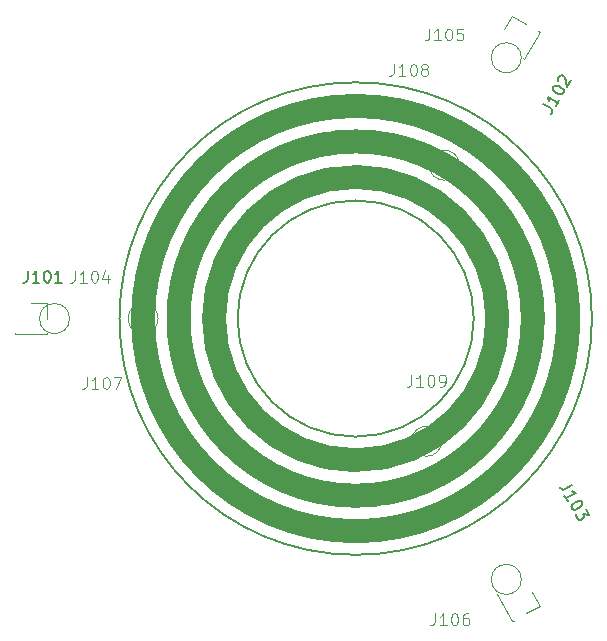
<source format=gbr>
%TF.GenerationSoftware,KiCad,Pcbnew,7.0.10*%
%TF.CreationDate,2024-02-11T22:45:30-05:00*%
%TF.ProjectId,bearing_inner_top,62656172-696e-4675-9f69-6e6e65725f74,rev?*%
%TF.SameCoordinates,Original*%
%TF.FileFunction,Legend,Top*%
%TF.FilePolarity,Positive*%
%FSLAX46Y46*%
G04 Gerber Fmt 4.6, Leading zero omitted, Abs format (unit mm)*
G04 Created by KiCad (PCBNEW 7.0.10) date 2024-02-11 22:45:30*
%MOMM*%
%LPD*%
G01*
G04 APERTURE LIST*
%ADD10C,2.000000*%
%ADD11C,0.150000*%
%ADD12C,0.100000*%
%ADD13C,0.120000*%
G04 APERTURE END LIST*
D10*
X65000000Y-50000000D02*
G75*
G03*
X35000000Y-50000000I-15000000J0D01*
G01*
X35000000Y-50000000D02*
G75*
G03*
X65000000Y-50000000I15000000J0D01*
G01*
D11*
X60000000Y-50000000D02*
G75*
G03*
X40000000Y-50000000I-10000000J0D01*
G01*
X40000000Y-50000000D02*
G75*
G03*
X60000000Y-50000000I10000000J0D01*
G01*
X70000000Y-50000000D02*
G75*
G03*
X30000000Y-50000000I-20000000J0D01*
G01*
X30000000Y-50000000D02*
G75*
G03*
X70000000Y-50000000I20000000J0D01*
G01*
D10*
X62000000Y-50000000D02*
G75*
G03*
X38000000Y-50000000I-12000000J0D01*
G01*
X38000000Y-50000000D02*
G75*
G03*
X62000000Y-50000000I12000000J0D01*
G01*
X68000000Y-50000000D02*
G75*
G03*
X32000000Y-50000000I-18000000J0D01*
G01*
X32000000Y-50000000D02*
G75*
G03*
X68000000Y-50000000I18000000J0D01*
G01*
D11*
X68329283Y-64113948D02*
X67710693Y-64471090D01*
X67710693Y-64471090D02*
X67563166Y-64501280D01*
X67563166Y-64501280D02*
X67433068Y-64466420D01*
X67433068Y-64466420D02*
X67320400Y-64366512D01*
X67320400Y-64366512D02*
X67272781Y-64284033D01*
X67963258Y-65479973D02*
X67677543Y-64985102D01*
X67820400Y-65232537D02*
X68686426Y-64732537D01*
X68686426Y-64732537D02*
X68515089Y-64721487D01*
X68515089Y-64721487D02*
X68384991Y-64686628D01*
X68384991Y-64686628D02*
X68296133Y-64627959D01*
X69138807Y-65516084D02*
X69186426Y-65598563D01*
X69186426Y-65598563D02*
X69192806Y-65704851D01*
X69192806Y-65704851D02*
X69175376Y-65769900D01*
X69175376Y-65769900D02*
X69116707Y-65858758D01*
X69116707Y-65858758D02*
X68975559Y-65995236D01*
X68975559Y-65995236D02*
X68769362Y-66114283D01*
X68769362Y-66114283D02*
X68580596Y-66168282D01*
X68580596Y-66168282D02*
X68474308Y-66174662D01*
X68474308Y-66174662D02*
X68409259Y-66157232D01*
X68409259Y-66157232D02*
X68320400Y-66098563D01*
X68320400Y-66098563D02*
X68272781Y-66016084D01*
X68272781Y-66016084D02*
X68266402Y-65909796D01*
X68266402Y-65909796D02*
X68283831Y-65844747D01*
X68283831Y-65844747D02*
X68342500Y-65755889D01*
X68342500Y-65755889D02*
X68483648Y-65619412D01*
X68483648Y-65619412D02*
X68689845Y-65500364D01*
X68689845Y-65500364D02*
X68878611Y-65446365D01*
X68878611Y-65446365D02*
X68984900Y-65439985D01*
X68984900Y-65439985D02*
X69049948Y-65457415D01*
X69049948Y-65457415D02*
X69138807Y-65516084D01*
X69472140Y-66093435D02*
X69781664Y-66629546D01*
X69781664Y-66629546D02*
X69285083Y-66531347D01*
X69285083Y-66531347D02*
X69356511Y-66655064D01*
X69356511Y-66655064D02*
X69362891Y-66761353D01*
X69362891Y-66761353D02*
X69345461Y-66826401D01*
X69345461Y-66826401D02*
X69286792Y-66915260D01*
X69286792Y-66915260D02*
X69080596Y-67034307D01*
X69080596Y-67034307D02*
X68974308Y-67040687D01*
X68974308Y-67040687D02*
X68909259Y-67023257D01*
X68909259Y-67023257D02*
X68820400Y-66964588D01*
X68820400Y-66964588D02*
X68677543Y-66717152D01*
X68677543Y-66717152D02*
X68671164Y-66610864D01*
X68671164Y-66610864D02*
X68688593Y-66545816D01*
D12*
X53214285Y-28457419D02*
X53214285Y-29171704D01*
X53214285Y-29171704D02*
X53166666Y-29314561D01*
X53166666Y-29314561D02*
X53071428Y-29409800D01*
X53071428Y-29409800D02*
X52928571Y-29457419D01*
X52928571Y-29457419D02*
X52833333Y-29457419D01*
X54214285Y-29457419D02*
X53642857Y-29457419D01*
X53928571Y-29457419D02*
X53928571Y-28457419D01*
X53928571Y-28457419D02*
X53833333Y-28600276D01*
X53833333Y-28600276D02*
X53738095Y-28695514D01*
X53738095Y-28695514D02*
X53642857Y-28743133D01*
X54833333Y-28457419D02*
X54928571Y-28457419D01*
X54928571Y-28457419D02*
X55023809Y-28505038D01*
X55023809Y-28505038D02*
X55071428Y-28552657D01*
X55071428Y-28552657D02*
X55119047Y-28647895D01*
X55119047Y-28647895D02*
X55166666Y-28838371D01*
X55166666Y-28838371D02*
X55166666Y-29076466D01*
X55166666Y-29076466D02*
X55119047Y-29266942D01*
X55119047Y-29266942D02*
X55071428Y-29362180D01*
X55071428Y-29362180D02*
X55023809Y-29409800D01*
X55023809Y-29409800D02*
X54928571Y-29457419D01*
X54928571Y-29457419D02*
X54833333Y-29457419D01*
X54833333Y-29457419D02*
X54738095Y-29409800D01*
X54738095Y-29409800D02*
X54690476Y-29362180D01*
X54690476Y-29362180D02*
X54642857Y-29266942D01*
X54642857Y-29266942D02*
X54595238Y-29076466D01*
X54595238Y-29076466D02*
X54595238Y-28838371D01*
X54595238Y-28838371D02*
X54642857Y-28647895D01*
X54642857Y-28647895D02*
X54690476Y-28552657D01*
X54690476Y-28552657D02*
X54738095Y-28505038D01*
X54738095Y-28505038D02*
X54833333Y-28457419D01*
X55738095Y-28885990D02*
X55642857Y-28838371D01*
X55642857Y-28838371D02*
X55595238Y-28790752D01*
X55595238Y-28790752D02*
X55547619Y-28695514D01*
X55547619Y-28695514D02*
X55547619Y-28647895D01*
X55547619Y-28647895D02*
X55595238Y-28552657D01*
X55595238Y-28552657D02*
X55642857Y-28505038D01*
X55642857Y-28505038D02*
X55738095Y-28457419D01*
X55738095Y-28457419D02*
X55928571Y-28457419D01*
X55928571Y-28457419D02*
X56023809Y-28505038D01*
X56023809Y-28505038D02*
X56071428Y-28552657D01*
X56071428Y-28552657D02*
X56119047Y-28647895D01*
X56119047Y-28647895D02*
X56119047Y-28695514D01*
X56119047Y-28695514D02*
X56071428Y-28790752D01*
X56071428Y-28790752D02*
X56023809Y-28838371D01*
X56023809Y-28838371D02*
X55928571Y-28885990D01*
X55928571Y-28885990D02*
X55738095Y-28885990D01*
X55738095Y-28885990D02*
X55642857Y-28933609D01*
X55642857Y-28933609D02*
X55595238Y-28981228D01*
X55595238Y-28981228D02*
X55547619Y-29076466D01*
X55547619Y-29076466D02*
X55547619Y-29266942D01*
X55547619Y-29266942D02*
X55595238Y-29362180D01*
X55595238Y-29362180D02*
X55642857Y-29409800D01*
X55642857Y-29409800D02*
X55738095Y-29457419D01*
X55738095Y-29457419D02*
X55928571Y-29457419D01*
X55928571Y-29457419D02*
X56023809Y-29409800D01*
X56023809Y-29409800D02*
X56071428Y-29362180D01*
X56071428Y-29362180D02*
X56119047Y-29266942D01*
X56119047Y-29266942D02*
X56119047Y-29076466D01*
X56119047Y-29076466D02*
X56071428Y-28981228D01*
X56071428Y-28981228D02*
X56023809Y-28933609D01*
X56023809Y-28933609D02*
X55928571Y-28885990D01*
X56714285Y-74957419D02*
X56714285Y-75671704D01*
X56714285Y-75671704D02*
X56666666Y-75814561D01*
X56666666Y-75814561D02*
X56571428Y-75909800D01*
X56571428Y-75909800D02*
X56428571Y-75957419D01*
X56428571Y-75957419D02*
X56333333Y-75957419D01*
X57714285Y-75957419D02*
X57142857Y-75957419D01*
X57428571Y-75957419D02*
X57428571Y-74957419D01*
X57428571Y-74957419D02*
X57333333Y-75100276D01*
X57333333Y-75100276D02*
X57238095Y-75195514D01*
X57238095Y-75195514D02*
X57142857Y-75243133D01*
X58333333Y-74957419D02*
X58428571Y-74957419D01*
X58428571Y-74957419D02*
X58523809Y-75005038D01*
X58523809Y-75005038D02*
X58571428Y-75052657D01*
X58571428Y-75052657D02*
X58619047Y-75147895D01*
X58619047Y-75147895D02*
X58666666Y-75338371D01*
X58666666Y-75338371D02*
X58666666Y-75576466D01*
X58666666Y-75576466D02*
X58619047Y-75766942D01*
X58619047Y-75766942D02*
X58571428Y-75862180D01*
X58571428Y-75862180D02*
X58523809Y-75909800D01*
X58523809Y-75909800D02*
X58428571Y-75957419D01*
X58428571Y-75957419D02*
X58333333Y-75957419D01*
X58333333Y-75957419D02*
X58238095Y-75909800D01*
X58238095Y-75909800D02*
X58190476Y-75862180D01*
X58190476Y-75862180D02*
X58142857Y-75766942D01*
X58142857Y-75766942D02*
X58095238Y-75576466D01*
X58095238Y-75576466D02*
X58095238Y-75338371D01*
X58095238Y-75338371D02*
X58142857Y-75147895D01*
X58142857Y-75147895D02*
X58190476Y-75052657D01*
X58190476Y-75052657D02*
X58238095Y-75005038D01*
X58238095Y-75005038D02*
X58333333Y-74957419D01*
X59523809Y-74957419D02*
X59333333Y-74957419D01*
X59333333Y-74957419D02*
X59238095Y-75005038D01*
X59238095Y-75005038D02*
X59190476Y-75052657D01*
X59190476Y-75052657D02*
X59095238Y-75195514D01*
X59095238Y-75195514D02*
X59047619Y-75385990D01*
X59047619Y-75385990D02*
X59047619Y-75766942D01*
X59047619Y-75766942D02*
X59095238Y-75862180D01*
X59095238Y-75862180D02*
X59142857Y-75909800D01*
X59142857Y-75909800D02*
X59238095Y-75957419D01*
X59238095Y-75957419D02*
X59428571Y-75957419D01*
X59428571Y-75957419D02*
X59523809Y-75909800D01*
X59523809Y-75909800D02*
X59571428Y-75862180D01*
X59571428Y-75862180D02*
X59619047Y-75766942D01*
X59619047Y-75766942D02*
X59619047Y-75528847D01*
X59619047Y-75528847D02*
X59571428Y-75433609D01*
X59571428Y-75433609D02*
X59523809Y-75385990D01*
X59523809Y-75385990D02*
X59428571Y-75338371D01*
X59428571Y-75338371D02*
X59238095Y-75338371D01*
X59238095Y-75338371D02*
X59142857Y-75385990D01*
X59142857Y-75385990D02*
X59095238Y-75433609D01*
X59095238Y-75433609D02*
X59047619Y-75528847D01*
D11*
X22214285Y-45954819D02*
X22214285Y-46669104D01*
X22214285Y-46669104D02*
X22166666Y-46811961D01*
X22166666Y-46811961D02*
X22071428Y-46907200D01*
X22071428Y-46907200D02*
X21928571Y-46954819D01*
X21928571Y-46954819D02*
X21833333Y-46954819D01*
X23214285Y-46954819D02*
X22642857Y-46954819D01*
X22928571Y-46954819D02*
X22928571Y-45954819D01*
X22928571Y-45954819D02*
X22833333Y-46097676D01*
X22833333Y-46097676D02*
X22738095Y-46192914D01*
X22738095Y-46192914D02*
X22642857Y-46240533D01*
X23833333Y-45954819D02*
X23928571Y-45954819D01*
X23928571Y-45954819D02*
X24023809Y-46002438D01*
X24023809Y-46002438D02*
X24071428Y-46050057D01*
X24071428Y-46050057D02*
X24119047Y-46145295D01*
X24119047Y-46145295D02*
X24166666Y-46335771D01*
X24166666Y-46335771D02*
X24166666Y-46573866D01*
X24166666Y-46573866D02*
X24119047Y-46764342D01*
X24119047Y-46764342D02*
X24071428Y-46859580D01*
X24071428Y-46859580D02*
X24023809Y-46907200D01*
X24023809Y-46907200D02*
X23928571Y-46954819D01*
X23928571Y-46954819D02*
X23833333Y-46954819D01*
X23833333Y-46954819D02*
X23738095Y-46907200D01*
X23738095Y-46907200D02*
X23690476Y-46859580D01*
X23690476Y-46859580D02*
X23642857Y-46764342D01*
X23642857Y-46764342D02*
X23595238Y-46573866D01*
X23595238Y-46573866D02*
X23595238Y-46335771D01*
X23595238Y-46335771D02*
X23642857Y-46145295D01*
X23642857Y-46145295D02*
X23690476Y-46050057D01*
X23690476Y-46050057D02*
X23738095Y-46002438D01*
X23738095Y-46002438D02*
X23833333Y-45954819D01*
X25119047Y-46954819D02*
X24547619Y-46954819D01*
X24833333Y-46954819D02*
X24833333Y-45954819D01*
X24833333Y-45954819D02*
X24738095Y-46097676D01*
X24738095Y-46097676D02*
X24642857Y-46192914D01*
X24642857Y-46192914D02*
X24547619Y-46240533D01*
D12*
X26214285Y-45957419D02*
X26214285Y-46671704D01*
X26214285Y-46671704D02*
X26166666Y-46814561D01*
X26166666Y-46814561D02*
X26071428Y-46909800D01*
X26071428Y-46909800D02*
X25928571Y-46957419D01*
X25928571Y-46957419D02*
X25833333Y-46957419D01*
X27214285Y-46957419D02*
X26642857Y-46957419D01*
X26928571Y-46957419D02*
X26928571Y-45957419D01*
X26928571Y-45957419D02*
X26833333Y-46100276D01*
X26833333Y-46100276D02*
X26738095Y-46195514D01*
X26738095Y-46195514D02*
X26642857Y-46243133D01*
X27833333Y-45957419D02*
X27928571Y-45957419D01*
X27928571Y-45957419D02*
X28023809Y-46005038D01*
X28023809Y-46005038D02*
X28071428Y-46052657D01*
X28071428Y-46052657D02*
X28119047Y-46147895D01*
X28119047Y-46147895D02*
X28166666Y-46338371D01*
X28166666Y-46338371D02*
X28166666Y-46576466D01*
X28166666Y-46576466D02*
X28119047Y-46766942D01*
X28119047Y-46766942D02*
X28071428Y-46862180D01*
X28071428Y-46862180D02*
X28023809Y-46909800D01*
X28023809Y-46909800D02*
X27928571Y-46957419D01*
X27928571Y-46957419D02*
X27833333Y-46957419D01*
X27833333Y-46957419D02*
X27738095Y-46909800D01*
X27738095Y-46909800D02*
X27690476Y-46862180D01*
X27690476Y-46862180D02*
X27642857Y-46766942D01*
X27642857Y-46766942D02*
X27595238Y-46576466D01*
X27595238Y-46576466D02*
X27595238Y-46338371D01*
X27595238Y-46338371D02*
X27642857Y-46147895D01*
X27642857Y-46147895D02*
X27690476Y-46052657D01*
X27690476Y-46052657D02*
X27738095Y-46005038D01*
X27738095Y-46005038D02*
X27833333Y-45957419D01*
X29023809Y-46290752D02*
X29023809Y-46957419D01*
X28785714Y-45909800D02*
X28547619Y-46624085D01*
X28547619Y-46624085D02*
X29166666Y-46624085D01*
X54714285Y-54769419D02*
X54714285Y-55483704D01*
X54714285Y-55483704D02*
X54666666Y-55626561D01*
X54666666Y-55626561D02*
X54571428Y-55721800D01*
X54571428Y-55721800D02*
X54428571Y-55769419D01*
X54428571Y-55769419D02*
X54333333Y-55769419D01*
X55714285Y-55769419D02*
X55142857Y-55769419D01*
X55428571Y-55769419D02*
X55428571Y-54769419D01*
X55428571Y-54769419D02*
X55333333Y-54912276D01*
X55333333Y-54912276D02*
X55238095Y-55007514D01*
X55238095Y-55007514D02*
X55142857Y-55055133D01*
X56333333Y-54769419D02*
X56428571Y-54769419D01*
X56428571Y-54769419D02*
X56523809Y-54817038D01*
X56523809Y-54817038D02*
X56571428Y-54864657D01*
X56571428Y-54864657D02*
X56619047Y-54959895D01*
X56619047Y-54959895D02*
X56666666Y-55150371D01*
X56666666Y-55150371D02*
X56666666Y-55388466D01*
X56666666Y-55388466D02*
X56619047Y-55578942D01*
X56619047Y-55578942D02*
X56571428Y-55674180D01*
X56571428Y-55674180D02*
X56523809Y-55721800D01*
X56523809Y-55721800D02*
X56428571Y-55769419D01*
X56428571Y-55769419D02*
X56333333Y-55769419D01*
X56333333Y-55769419D02*
X56238095Y-55721800D01*
X56238095Y-55721800D02*
X56190476Y-55674180D01*
X56190476Y-55674180D02*
X56142857Y-55578942D01*
X56142857Y-55578942D02*
X56095238Y-55388466D01*
X56095238Y-55388466D02*
X56095238Y-55150371D01*
X56095238Y-55150371D02*
X56142857Y-54959895D01*
X56142857Y-54959895D02*
X56190476Y-54864657D01*
X56190476Y-54864657D02*
X56238095Y-54817038D01*
X56238095Y-54817038D02*
X56333333Y-54769419D01*
X57142857Y-55769419D02*
X57333333Y-55769419D01*
X57333333Y-55769419D02*
X57428571Y-55721800D01*
X57428571Y-55721800D02*
X57476190Y-55674180D01*
X57476190Y-55674180D02*
X57571428Y-55531323D01*
X57571428Y-55531323D02*
X57619047Y-55340847D01*
X57619047Y-55340847D02*
X57619047Y-54959895D01*
X57619047Y-54959895D02*
X57571428Y-54864657D01*
X57571428Y-54864657D02*
X57523809Y-54817038D01*
X57523809Y-54817038D02*
X57428571Y-54769419D01*
X57428571Y-54769419D02*
X57238095Y-54769419D01*
X57238095Y-54769419D02*
X57142857Y-54817038D01*
X57142857Y-54817038D02*
X57095238Y-54864657D01*
X57095238Y-54864657D02*
X57047619Y-54959895D01*
X57047619Y-54959895D02*
X57047619Y-55197990D01*
X57047619Y-55197990D02*
X57095238Y-55293228D01*
X57095238Y-55293228D02*
X57142857Y-55340847D01*
X57142857Y-55340847D02*
X57238095Y-55388466D01*
X57238095Y-55388466D02*
X57428571Y-55388466D01*
X57428571Y-55388466D02*
X57523809Y-55340847D01*
X57523809Y-55340847D02*
X57571428Y-55293228D01*
X57571428Y-55293228D02*
X57619047Y-55197990D01*
X27214285Y-54957419D02*
X27214285Y-55671704D01*
X27214285Y-55671704D02*
X27166666Y-55814561D01*
X27166666Y-55814561D02*
X27071428Y-55909800D01*
X27071428Y-55909800D02*
X26928571Y-55957419D01*
X26928571Y-55957419D02*
X26833333Y-55957419D01*
X28214285Y-55957419D02*
X27642857Y-55957419D01*
X27928571Y-55957419D02*
X27928571Y-54957419D01*
X27928571Y-54957419D02*
X27833333Y-55100276D01*
X27833333Y-55100276D02*
X27738095Y-55195514D01*
X27738095Y-55195514D02*
X27642857Y-55243133D01*
X28833333Y-54957419D02*
X28928571Y-54957419D01*
X28928571Y-54957419D02*
X29023809Y-55005038D01*
X29023809Y-55005038D02*
X29071428Y-55052657D01*
X29071428Y-55052657D02*
X29119047Y-55147895D01*
X29119047Y-55147895D02*
X29166666Y-55338371D01*
X29166666Y-55338371D02*
X29166666Y-55576466D01*
X29166666Y-55576466D02*
X29119047Y-55766942D01*
X29119047Y-55766942D02*
X29071428Y-55862180D01*
X29071428Y-55862180D02*
X29023809Y-55909800D01*
X29023809Y-55909800D02*
X28928571Y-55957419D01*
X28928571Y-55957419D02*
X28833333Y-55957419D01*
X28833333Y-55957419D02*
X28738095Y-55909800D01*
X28738095Y-55909800D02*
X28690476Y-55862180D01*
X28690476Y-55862180D02*
X28642857Y-55766942D01*
X28642857Y-55766942D02*
X28595238Y-55576466D01*
X28595238Y-55576466D02*
X28595238Y-55338371D01*
X28595238Y-55338371D02*
X28642857Y-55147895D01*
X28642857Y-55147895D02*
X28690476Y-55052657D01*
X28690476Y-55052657D02*
X28738095Y-55005038D01*
X28738095Y-55005038D02*
X28833333Y-54957419D01*
X29500000Y-54957419D02*
X30166666Y-54957419D01*
X30166666Y-54957419D02*
X29738095Y-55957419D01*
D11*
X65885003Y-31840870D02*
X66503592Y-32198013D01*
X66503592Y-32198013D02*
X66603501Y-32310681D01*
X66603501Y-32310681D02*
X66638360Y-32440779D01*
X66638360Y-32440779D02*
X66608171Y-32588306D01*
X66608171Y-32588306D02*
X66560552Y-32670785D01*
X67251028Y-31474845D02*
X66965314Y-31969716D01*
X67108171Y-31722281D02*
X66242146Y-31222281D01*
X66242146Y-31222281D02*
X66318245Y-31376188D01*
X66318245Y-31376188D02*
X66353104Y-31506285D01*
X66353104Y-31506285D02*
X66346724Y-31612574D01*
X66694527Y-30438734D02*
X66742146Y-30356255D01*
X66742146Y-30356255D02*
X66831004Y-30297586D01*
X66831004Y-30297586D02*
X66896053Y-30280156D01*
X66896053Y-30280156D02*
X67002341Y-30286536D01*
X67002341Y-30286536D02*
X67191108Y-30340535D01*
X67191108Y-30340535D02*
X67397304Y-30459582D01*
X67397304Y-30459582D02*
X67538452Y-30596060D01*
X67538452Y-30596060D02*
X67597121Y-30684918D01*
X67597121Y-30684918D02*
X67614551Y-30749967D01*
X67614551Y-30749967D02*
X67608171Y-30856255D01*
X67608171Y-30856255D02*
X67560552Y-30938734D01*
X67560552Y-30938734D02*
X67471694Y-30997403D01*
X67471694Y-30997403D02*
X67406645Y-31014833D01*
X67406645Y-31014833D02*
X67300357Y-31008453D01*
X67300357Y-31008453D02*
X67111590Y-30954454D01*
X67111590Y-30954454D02*
X66905393Y-30835407D01*
X66905393Y-30835407D02*
X66764246Y-30698929D01*
X66764246Y-30698929D02*
X66705577Y-30610071D01*
X66705577Y-30610071D02*
X66688147Y-30545022D01*
X66688147Y-30545022D02*
X66694527Y-30438734D01*
X67134148Y-29867763D02*
X67116718Y-29802714D01*
X67116718Y-29802714D02*
X67123098Y-29696426D01*
X67123098Y-29696426D02*
X67242146Y-29490230D01*
X67242146Y-29490230D02*
X67331004Y-29431561D01*
X67331004Y-29431561D02*
X67396053Y-29414131D01*
X67396053Y-29414131D02*
X67502341Y-29420511D01*
X67502341Y-29420511D02*
X67584820Y-29468130D01*
X67584820Y-29468130D02*
X67684728Y-29580798D01*
X67684728Y-29580798D02*
X67893885Y-30361383D01*
X67893885Y-30361383D02*
X68203409Y-29825273D01*
D12*
X56214285Y-25457419D02*
X56214285Y-26171704D01*
X56214285Y-26171704D02*
X56166666Y-26314561D01*
X56166666Y-26314561D02*
X56071428Y-26409800D01*
X56071428Y-26409800D02*
X55928571Y-26457419D01*
X55928571Y-26457419D02*
X55833333Y-26457419D01*
X57214285Y-26457419D02*
X56642857Y-26457419D01*
X56928571Y-26457419D02*
X56928571Y-25457419D01*
X56928571Y-25457419D02*
X56833333Y-25600276D01*
X56833333Y-25600276D02*
X56738095Y-25695514D01*
X56738095Y-25695514D02*
X56642857Y-25743133D01*
X57833333Y-25457419D02*
X57928571Y-25457419D01*
X57928571Y-25457419D02*
X58023809Y-25505038D01*
X58023809Y-25505038D02*
X58071428Y-25552657D01*
X58071428Y-25552657D02*
X58119047Y-25647895D01*
X58119047Y-25647895D02*
X58166666Y-25838371D01*
X58166666Y-25838371D02*
X58166666Y-26076466D01*
X58166666Y-26076466D02*
X58119047Y-26266942D01*
X58119047Y-26266942D02*
X58071428Y-26362180D01*
X58071428Y-26362180D02*
X58023809Y-26409800D01*
X58023809Y-26409800D02*
X57928571Y-26457419D01*
X57928571Y-26457419D02*
X57833333Y-26457419D01*
X57833333Y-26457419D02*
X57738095Y-26409800D01*
X57738095Y-26409800D02*
X57690476Y-26362180D01*
X57690476Y-26362180D02*
X57642857Y-26266942D01*
X57642857Y-26266942D02*
X57595238Y-26076466D01*
X57595238Y-26076466D02*
X57595238Y-25838371D01*
X57595238Y-25838371D02*
X57642857Y-25647895D01*
X57642857Y-25647895D02*
X57690476Y-25552657D01*
X57690476Y-25552657D02*
X57738095Y-25505038D01*
X57738095Y-25505038D02*
X57833333Y-25457419D01*
X59071428Y-25457419D02*
X58595238Y-25457419D01*
X58595238Y-25457419D02*
X58547619Y-25933609D01*
X58547619Y-25933609D02*
X58595238Y-25885990D01*
X58595238Y-25885990D02*
X58690476Y-25838371D01*
X58690476Y-25838371D02*
X58928571Y-25838371D01*
X58928571Y-25838371D02*
X59023809Y-25885990D01*
X59023809Y-25885990D02*
X59071428Y-25933609D01*
X59071428Y-25933609D02*
X59119047Y-26028847D01*
X59119047Y-26028847D02*
X59119047Y-26266942D01*
X59119047Y-26266942D02*
X59071428Y-26362180D01*
X59071428Y-26362180D02*
X59023809Y-26409800D01*
X59023809Y-26409800D02*
X58928571Y-26457419D01*
X58928571Y-26457419D02*
X58690476Y-26457419D01*
X58690476Y-26457419D02*
X58595238Y-26409800D01*
X58595238Y-26409800D02*
X58547619Y-26362180D01*
D13*
%TO.C,J103*%
X62037109Y-73269186D02*
X61933186Y-73329186D01*
X61933186Y-73329186D02*
X63263186Y-75632814D01*
X64901814Y-73151000D02*
X65566814Y-74302814D01*
X65566814Y-74302814D02*
X64415000Y-74967814D01*
X63367109Y-75572814D02*
X63263186Y-75632814D01*
D12*
%TO.C,J108*%
X58770000Y-37010000D02*
G75*
G03*
X56230000Y-37010000I-1270000J0D01*
G01*
X56230000Y-37010000D02*
G75*
G03*
X58770000Y-37010000I1270000J0D01*
G01*
%TO.C,J106*%
X64020000Y-72084000D02*
G75*
G03*
X61480000Y-72084000I-1270000J0D01*
G01*
X61480000Y-72084000D02*
G75*
G03*
X64020000Y-72084000I1270000J0D01*
G01*
D13*
%TO.C,J101*%
X21170000Y-51210000D02*
X21170000Y-51330000D01*
X21170000Y-51330000D02*
X23830000Y-51330000D01*
X22500000Y-48670000D02*
X23830000Y-48670000D01*
X23830000Y-48670000D02*
X23830000Y-50000000D01*
X23830000Y-51210000D02*
X23830000Y-51330000D01*
D12*
%TO.C,J104*%
X25770000Y-50000000D02*
G75*
G03*
X23230000Y-50000000I-1270000J0D01*
G01*
X23230000Y-50000000D02*
G75*
G03*
X25770000Y-50000000I1270000J0D01*
G01*
%TO.C,J109*%
X57270000Y-60392000D02*
G75*
G03*
X54730000Y-60392000I-1270000J0D01*
G01*
X54730000Y-60392000D02*
G75*
G03*
X57270000Y-60392000I1270000J0D01*
G01*
%TO.C,J107*%
X33270000Y-50000000D02*
G75*
G03*
X30730000Y-50000000I-1270000J0D01*
G01*
X30730000Y-50000000D02*
G75*
G03*
X33270000Y-50000000I1270000J0D01*
G01*
D13*
%TO.C,J102*%
X64132891Y-27940814D02*
X64236814Y-28000814D01*
X64236814Y-28000814D02*
X65566814Y-25697186D01*
X62598186Y-25519000D02*
X63263186Y-24367186D01*
X63263186Y-24367186D02*
X64415000Y-25032186D01*
X65462891Y-25637186D02*
X65566814Y-25697186D01*
D12*
%TO.C,J105*%
X64020000Y-27916000D02*
G75*
G03*
X61480000Y-27916000I-1270000J0D01*
G01*
X61480000Y-27916000D02*
G75*
G03*
X64020000Y-27916000I1270000J0D01*
G01*
%TD*%
M02*

</source>
